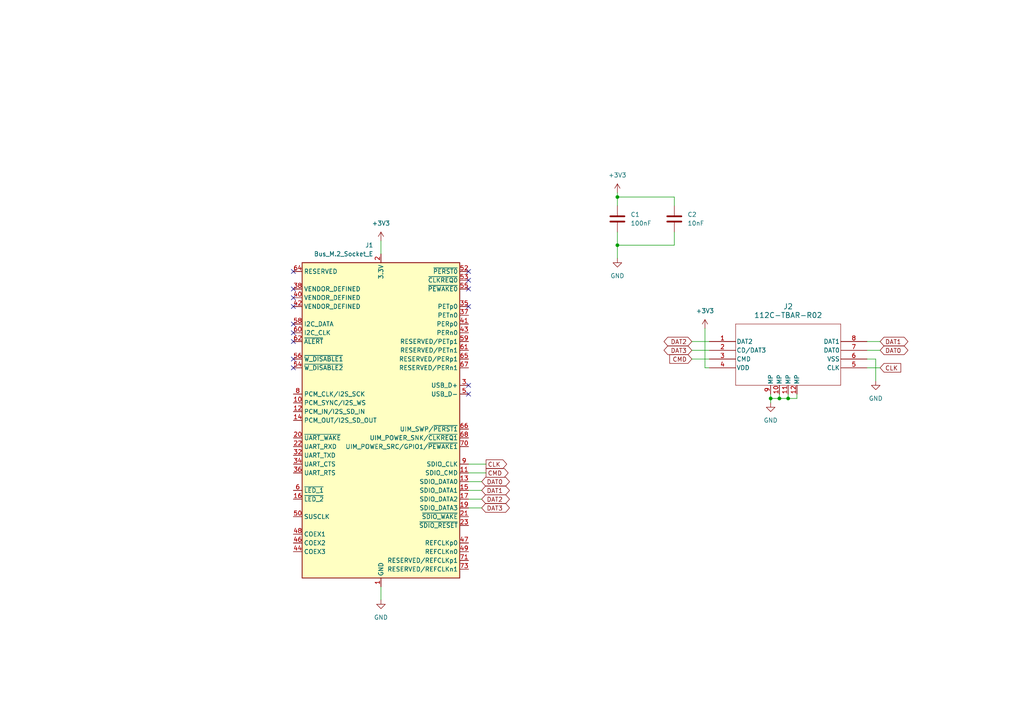
<source format=kicad_sch>
(kicad_sch (version 20230121) (generator eeschema)
  (paper "A4")
  (lib_symbols
    (symbol "112C_TBAR_R02:112C-TBAR-R02" (pin_names (offset 0.254))
      (property "Reference" "J" (at 22.86 10.16 0))
      (property "Value" "112C-TBAR-R02" (at 22.86 7.62 0))
      (symbol "112C-TBAR-R02_0_1"
        (polyline (pts (xy 7.62 -12.7) (xy 38.1 -12.7)) (stroke (width 0.127)))
        (polyline (pts (xy 7.62 5.08) (xy 7.62 -12.7)) (stroke (width 0.127)))
        (polyline (pts (xy 38.1 -12.7) (xy 38.1 5.08)) (stroke (width 0.127)))
        (polyline (pts (xy 38.1 5.08) (xy 7.62 5.08)) (stroke (width 0.127)))
        (pin bidirectional line (at 0 0 0) (length 7.62) (name "DAT2") (number "1"))
        (pin unspecified line (at 0 -2.54 0) (length 7.62) (name "CD/DAT3") (number "2"))
        (pin unspecified line (at 0 -5.08 0) (length 7.62) (name "CMD") (number "3"))
        (pin power_in line (at 0 -7.62 0) (length 7.62) (name "VDD") (number "4"))
        (pin unspecified line (at 45.72 -7.62 180) (length 7.62) (name "CLK") (number "5"))
        (pin power_out line (at 45.72 -5.08 180) (length 7.62) (name "VSS") (number "6"))
        (pin bidirectional line (at 45.72 -2.54 180) (length 7.62) (name "DAT0") (number "7"))
        (pin bidirectional line (at 45.72 0 180) (length 7.62) (name "DAT1") (number "8"))
      )
      (symbol "112C-TBAR-R02_1_1"
        (pin passive line (at 20.32 -15.24 90) (length 2.54) (name "MP") (number "10"))
        (pin passive line (at 22.86 -15.24 90) (length 2.54) (name "MP") (number "11"))
        (pin passive line (at 25.4 -15.24 90) (length 2.54) (name "MP") (number "12"))
        (pin passive line (at 17.78 -15.24 90) (length 2.54) (name "MP") (number "9"))
      )
    )
    (symbol "Connector:Bus_M.2_Socket_E"
      (property "Reference" "J" (at -22.86 46.99 0))
      (property "Value" "Bus_M.2_Socket_E" (at 16.51 46.99 0))
      (symbol "Bus_M.2_Socket_E_0_1"
        (rectangle (start -22.86 45.72) (end 22.86 -45.72) (stroke (width 0.254)) (fill (type background)))
      )
      (symbol "Bus_M.2_Socket_E_1_1"
        (pin power_in line (at 0 -48.26 90) (length 2.54) (name "GND") (number "1"))
        (pin bidirectional line (at 25.4 5.08 180) (length 2.54) (name "PCM_SYNC/I2S_WS") (number "10"))
        (pin bidirectional line (at -25.4 -15.24 0) (length 2.54) (name "SDIO_CMD") (number "11"))
        (pin input line (at 25.4 2.54 180) (length 2.54) (name "PCM_IN/I2S_SD_IN") (number "12"))
        (pin bidirectional line (at -25.4 -17.78 0) (length 2.54) (name "SDIO_DATA0") (number "13"))
        (pin output line (at 25.4 0 180) (length 2.54) (name "PCM_OUT/I2S_SD_OUT") (number "14"))
        (pin bidirectional line (at -25.4 -20.32 0) (length 2.54) (name "SDIO_DATA1") (number "15"))
        (pin open_collector line (at 25.4 -22.86 180) (length 2.54) (name "~{LED_2}") (number "16"))
        (pin bidirectional line (at -25.4 -22.86 0) (length 2.54) (name "SDIO_DATA2") (number "17"))
        (pin passive line (at 0 -48.26 90) (length 2.54) hide (name "GND") (number "18"))
        (pin bidirectional line (at -25.4 -25.4 0) (length 2.54) (name "SDIO_DATA3") (number "19"))
        (pin power_in line (at 0 48.26 270) (length 2.54) (name "3.3V") (number "2"))
        (pin input line (at 25.4 -5.08 180) (length 2.54) (name "~{UART_WAKE}") (number "20"))
        (pin input line (at -25.4 -27.94 0) (length 2.54) (name "~{SDIO_WAKE}") (number "21"))
        (pin input line (at 25.4 -7.62 180) (length 2.54) (name "UART_RXD") (number "22"))
        (pin output line (at -25.4 -30.48 0) (length 2.54) (name "~{SDIO_RESET}") (number "23"))
        (pin bidirectional line (at -25.4 10.16 0) (length 2.54) (name "USB_D+") (number "3"))
        (pin output line (at 25.4 -10.16 180) (length 2.54) (name "UART_TXD") (number "32"))
        (pin passive line (at 0 -48.26 90) (length 2.54) hide (name "GND") (number "33"))
        (pin input line (at 25.4 -12.7 180) (length 2.54) (name "UART_CTS") (number "34"))
        (pin output line (at -25.4 33.02 0) (length 2.54) (name "PETp0") (number "35"))
        (pin output line (at 25.4 -15.24 180) (length 2.54) (name "UART_RTS") (number "36"))
        (pin output line (at -25.4 30.48 0) (length 2.54) (name "PETn0") (number "37"))
        (pin passive line (at 25.4 38.1 180) (length 2.54) (name "VENDOR_DEFINED") (number "38"))
        (pin passive line (at 0 -48.26 90) (length 2.54) hide (name "GND") (number "39"))
        (pin passive line (at 0 48.26 270) (length 2.54) hide (name "3.3V") (number "4"))
        (pin passive line (at 25.4 35.56 180) (length 2.54) (name "VENDOR_DEFINED") (number "40"))
        (pin input line (at -25.4 27.94 0) (length 2.54) (name "PERp0") (number "41"))
        (pin passive line (at 25.4 33.02 180) (length 2.54) (name "VENDOR_DEFINED") (number "42"))
        (pin input line (at -25.4 25.4 0) (length 2.54) (name "PERn0") (number "43"))
        (pin bidirectional line (at 25.4 -38.1 180) (length 2.54) (name "COEX3") (number "44"))
        (pin passive line (at 0 -48.26 90) (length 2.54) hide (name "GND") (number "45"))
        (pin bidirectional line (at 25.4 -35.56 180) (length 2.54) (name "COEX2") (number "46"))
        (pin output line (at -25.4 -35.56 0) (length 2.54) (name "REFCLKp0") (number "47"))
        (pin bidirectional line (at 25.4 -33.02 180) (length 2.54) (name "COEX1") (number "48"))
        (pin output line (at -25.4 -38.1 0) (length 2.54) (name "REFCLKn0") (number "49"))
        (pin bidirectional line (at -25.4 7.62 0) (length 2.54) (name "USB_D-") (number "5"))
        (pin output line (at 25.4 -27.94 180) (length 2.54) (name "SUSCLK") (number "50"))
        (pin passive line (at 0 -48.26 90) (length 2.54) hide (name "GND") (number "51"))
        (pin output line (at -25.4 43.18 0) (length 2.54) (name "~{PERST0}") (number "52"))
        (pin bidirectional line (at -25.4 40.64 0) (length 2.54) (name "~{CLKREQ0}") (number "53"))
        (pin output line (at 25.4 15.24 180) (length 2.54) (name "~{W_DISABLE2}") (number "54"))
        (pin bidirectional line (at -25.4 38.1 0) (length 2.54) (name "~{PEWAKE0}") (number "55"))
        (pin output line (at 25.4 17.78 180) (length 2.54) (name "~{W_DISABLE1}") (number "56"))
        (pin passive line (at 0 -48.26 90) (length 2.54) hide (name "GND") (number "57"))
        (pin bidirectional line (at 25.4 27.94 180) (length 2.54) (name "I2C_DATA") (number "58"))
        (pin output line (at -25.4 22.86 0) (length 2.54) (name "RESERVED/PETp1") (number "59"))
        (pin open_collector line (at 25.4 -20.32 180) (length 2.54) (name "~{LED_1}") (number "6"))
        (pin output line (at 25.4 25.4 180) (length 2.54) (name "I2C_CLK") (number "60"))
        (pin output line (at -25.4 20.32 0) (length 2.54) (name "RESERVED/PETn1") (number "61"))
        (pin input line (at 25.4 22.86 180) (length 2.54) (name "~{ALERT}") (number "62"))
        (pin passive line (at 0 -48.26 90) (length 2.54) hide (name "GND") (number "63"))
        (pin passive line (at 25.4 43.18 180) (length 2.54) (name "RESERVED") (number "64"))
        (pin input line (at -25.4 17.78 0) (length 2.54) (name "RESERVED/PERp1") (number "65"))
        (pin output line (at -25.4 -2.54 0) (length 2.54) (name "UIM_SWP/~{PERST1}") (number "66"))
        (pin input line (at -25.4 15.24 0) (length 2.54) (name "RESERVED/PERn1") (number "67"))
        (pin bidirectional line (at -25.4 -5.08 0) (length 2.54) (name "UIM_POWER_SNK/~{CLKREQ1}") (number "68"))
        (pin passive line (at 0 -48.26 90) (length 2.54) hide (name "GND") (number "69"))
        (pin passive line (at 0 -48.26 90) (length 2.54) hide (name "GND") (number "7"))
        (pin bidirectional line (at -25.4 -7.62 0) (length 2.54) (name "UIM_POWER_SRC/GPIO1/~{PEWAKE1}") (number "70"))
        (pin output line (at -25.4 -40.64 0) (length 2.54) (name "RESERVED/REFCLKp1") (number "71"))
        (pin passive line (at 0 48.26 270) (length 2.54) hide (name "3.3V") (number "72"))
        (pin output line (at -25.4 -43.18 0) (length 2.54) (name "RESERVED/REFCLKn1") (number "73"))
        (pin passive line (at 0 48.26 270) (length 2.54) hide (name "3.3V") (number "74"))
        (pin passive line (at 0 -48.26 90) (length 2.54) hide (name "GND") (number "75"))
        (pin bidirectional line (at 25.4 7.62 180) (length 2.54) (name "PCM_CLK/I2S_SCK") (number "8"))
        (pin output line (at -25.4 -12.7 0) (length 2.54) (name "SDIO_CLK") (number "9"))
      )
    )
    (symbol "Device:C" (pin_numbers hide) (pin_names (offset 0.254))
      (property "Reference" "C" (at 0.635 2.54 0))
      (property "Value" "C" (at 0.635 -2.54 0))
      (symbol "C_0_1"
        (polyline (pts (xy -2.032 -0.762) (xy 2.032 -0.762)) (stroke (width 0.508)))
        (polyline (pts (xy -2.032 0.762) (xy 2.032 0.762)) (stroke (width 0.508)))
      )
      (symbol "C_1_1"
        (pin passive line (at 0 3.81 270) (length 2.794) (name "~") (number "1"))
        (pin passive line (at 0 -3.81 90) (length 2.794) (name "~") (number "2"))
      )
    )
    (symbol "power:+3V3" (power) (pin_names (offset 0))
      (property "Value" "+3V3" (at 0 3.556 0))
      (symbol "+3V3_0_1"
        (polyline (pts (xy -0.762 1.27) (xy 0 2.54)))
        (polyline (pts (xy 0 0) (xy 0 2.54)))
        (polyline (pts (xy 0 2.54) (xy 0.762 1.27)))
      )
      (symbol "+3V3_1_1"
        (pin power_in line (at 0 0 90) (length 0) hide (name "+3V3") (number "1"))
      )
    )
    (symbol "power:GND" (power) (pin_names (offset 0))
      (property "Value" "GND" (at 0 -3.81 0))
      (symbol "GND_0_1"
        (polyline (pts (xy 0 0) (xy 0 -1.27) (xy 1.27 -1.27) (xy 0 -2.54) (xy -1.27 -1.27) (xy 0 -1.27)))
      )
      (symbol "GND_1_1"
        (pin power_in line (at 0 0 270) (length 0) hide (name "GND") (number "1"))
      )
    )
  )
  (junction (at 226.06 115.57))
  (junction (at 179.07 71.12))
  (junction (at 179.07 57.15))
  (junction (at 223.52 115.57))
  (junction (at 228.6 115.57))
  (no_connect (at 85.09 93.98))
  (no_connect (at 85.09 88.9))
  (no_connect (at 85.09 99.06))
  (no_connect (at 85.09 86.36))
  (no_connect (at 135.89 83.82))
  (no_connect (at 135.89 111.76))
  (no_connect (at 85.09 96.52))
  (no_connect (at 85.09 83.82))
  (no_connect (at 85.09 104.14))
  (no_connect (at 135.89 81.28))
  (no_connect (at 85.09 78.74))
  (no_connect (at 85.09 106.68))
  (no_connect (at 135.89 78.74))
  (no_connect (at 135.89 114.3))
  (no_connect (at 135.89 88.9))
  (wire (pts (xy 139.7 139.7) (xy 135.89 139.7)))
  (wire (pts (xy 140.97 137.16) (xy 135.89 137.16)))
  (wire (pts (xy 231.14 114.3) (xy 231.14 115.57)))
  (wire (pts (xy 179.07 57.15) (xy 195.58 57.15)))
  (wire (pts (xy 254 104.14) (xy 254 110.49)))
  (wire (pts (xy 251.46 106.68) (xy 255.27 106.68)))
  (wire (pts (xy 139.7 144.78) (xy 135.89 144.78)))
  (wire (pts (xy 195.58 67.31) (xy 195.58 71.12)))
  (wire (pts (xy 200.66 101.6) (xy 205.74 101.6)))
  (wire (pts (xy 179.07 67.31) (xy 179.07 71.12)))
  (wire (pts (xy 251.46 101.6) (xy 255.27 101.6)))
  (wire (pts (xy 179.07 71.12) (xy 179.07 74.93)))
  (wire (pts (xy 251.46 99.06) (xy 255.27 99.06)))
  (wire (pts (xy 228.6 115.57) (xy 231.14 115.57)))
  (wire (pts (xy 110.49 69.85) (xy 110.49 73.66)))
  (wire (pts (xy 223.52 115.57) (xy 223.52 116.84)))
  (wire (pts (xy 223.52 114.3) (xy 223.52 115.57)))
  (wire (pts (xy 110.49 170.18) (xy 110.49 173.99)))
  (wire (pts (xy 179.07 55.88) (xy 179.07 57.15)))
  (wire (pts (xy 228.6 114.3) (xy 228.6 115.57)))
  (wire (pts (xy 139.7 142.24) (xy 135.89 142.24)))
  (wire (pts (xy 205.74 106.68) (xy 204.47 106.68)))
  (wire (pts (xy 179.07 57.15) (xy 179.07 59.69)))
  (wire (pts (xy 251.46 104.14) (xy 254 104.14)))
  (wire (pts (xy 226.06 115.57) (xy 228.6 115.57)))
  (wire (pts (xy 204.47 106.68) (xy 204.47 95.25)))
  (wire (pts (xy 179.07 71.12) (xy 195.58 71.12)))
  (wire (pts (xy 195.58 59.69) (xy 195.58 57.15)))
  (wire (pts (xy 139.7 147.32) (xy 135.89 147.32)))
  (wire (pts (xy 223.52 115.57) (xy 226.06 115.57)))
  (wire (pts (xy 140.97 134.62) (xy 135.89 134.62)))
  (wire (pts (xy 226.06 114.3) (xy 226.06 115.57)))
  (wire (pts (xy 200.66 104.14) (xy 205.74 104.14)))
  (wire (pts (xy 200.66 99.06) (xy 205.74 99.06)))
  (global_label "CMD" (shape output) (at 140.97 137.16 0) (property "Intersheetrefs" "${INTERSHEET_REFS}" (effects hide)))
  (global_label "CLK" (shape input) (at 255.27 106.68 0) (property "Intersheetrefs" "${INTERSHEET_REFS}" (effects hide)))
  (global_label "CMD" (shape input) (at 200.66 104.14 180) (property "Intersheetrefs" "${INTERSHEET_REFS}" (effects hide)))
  (global_label "DAT0" (shape bidirectional) (at 139.7 139.7 0) (property "Intersheetrefs" "${INTERSHEET_REFS}" (effects hide)))
  (global_label "DAT3" (shape bidirectional) (at 200.66 101.6 180) (property "Intersheetrefs" "${INTERSHEET_REFS}" (effects hide)))
  (global_label "DAT1" (shape bidirectional) (at 139.7 142.24 0) (property "Intersheetrefs" "${INTERSHEET_REFS}" (effects hide)))
  (global_label "DAT2" (shape bidirectional) (at 139.7 144.78 0) (property "Intersheetrefs" "${INTERSHEET_REFS}" (effects hide)))
  (global_label "DAT3" (shape bidirectional) (at 139.7 147.32 0) (property "Intersheetrefs" "${INTERSHEET_REFS}" (effects hide)))
  (global_label "DAT0" (shape bidirectional) (at 255.27 101.6 0) (property "Intersheetrefs" "${INTERSHEET_REFS}" (effects hide)))
  (global_label "CLK" (shape output) (at 140.97 134.62 0) (property "Intersheetrefs" "${INTERSHEET_REFS}" (effects hide)))
  (global_label "DAT1" (shape bidirectional) (at 255.27 99.06 0) (property "Intersheetrefs" "${INTERSHEET_REFS}" (effects hide)))
  (global_label "DAT2" (shape bidirectional) (at 200.66 99.06 180) (property "Intersheetrefs" "${INTERSHEET_REFS}" (effects hide)))
  (symbol (lib_id "Device:C") (at 179.07 63.5 0) (unit 1)
    (property "Reference" "C1" (at 182.88 62.23 0) (effects (justify left)))
    (property "Value" "100nF" (at 182.88 64.77 0) (effects (justify left)))
    (property "Footprint" "Capacitor_SMD:C_0603_1608Metric" (effects hide))
  )
  (symbol (lib_id "Connector:Bus_M.2_Socket_E") (at 110.49 121.92 0) (mirror y) (unit 1)
    (property "Reference" "J1" (at 108.2959 71.12 0) (effects (justify left)))
    (property "Value" "Bus_M.2_Socket_E" (at 108.2959 73.66 0) (effects (justify left)))
    (property "Footprint" "footprints:m2-padKeyE" (effects hide))
    (property "Datasheet" "http://read.pudn.com/downloads794/doc/project/3133918/PCIe_M.2_Electromechanical_Spec_Rev1.0_Final_11012013_RS_Clean.pdf#page=150" (effects hide))
  )
  (symbol (lib_id "power:+3V3") (at 204.47 95.25 0) (unit 1)
    (property "Reference" "#PWR03" (effects hide))
    (property "Value" "+3V3" (at 204.47 90.17 0))
  )
  (symbol (lib_id "Device:C") (at 195.58 63.5 0) (unit 1)
    (property "Reference" "C2" (at 199.39 62.23 0) (effects (justify left)))
    (property "Value" "10nF" (at 199.39 64.77 0) (effects (justify left)))
    (property "Footprint" "Capacitor_SMD:C_0603_1608Metric" (effects hide))
  )
  (symbol (lib_id "power:GND") (at 223.52 116.84 0) (unit 1)
    (property "Reference" "#PWR04" (effects hide))
    (property "Value" "GND" (at 223.52 121.92 0))
  )
  (symbol (lib_id "power:+3V3") (at 110.49 69.85 0) (unit 1)
    (property "Reference" "#PWR02" (effects hide))
    (property "Value" "+3V3" (at 110.49 64.77 0))
  )
  (symbol (lib_id "power:+3V3") (at 179.07 55.88 0) (unit 1)
    (property "Reference" "#PWR05" (effects hide))
    (property "Value" "+3V3" (at 179.07 50.8 0))
  )
  (symbol (lib_id "power:GND") (at 254 110.49 0) (unit 1)
    (property "Reference" "#PWR07" (effects hide))
    (property "Value" "GND" (at 254 115.57 0))
  )
  (symbol (lib_id "power:GND") (at 179.07 74.93 0) (unit 1)
    (property "Reference" "#PWR06" (effects hide))
    (property "Value" "GND" (at 179.07 80.01 0))
  )
  (symbol (lib_id "power:GND") (at 110.49 173.99 0) (unit 1)
    (property "Reference" "#PWR01" (effects hide))
    (property "Value" "GND" (at 110.49 179.07 0))
  )
  (symbol (lib_id "112C_TBAR_R02:112C-TBAR-R02") (at 205.74 99.06 0) (unit 1)
    (property "Reference" "J2" (at 228.6 88.9 0) (effects (font (size 1.524 1.524))))
    (property "Value" "112C-TBAR-R02" (at 228.6 91.44 0) (effects (font (size 1.524 1.524))))
    (property "Footprint" "112C-TBAR-R02_ATT" (effects hide))
    (property "Datasheet" "112C-TBAR-R02" (effects hide))
  )
)
</source>
